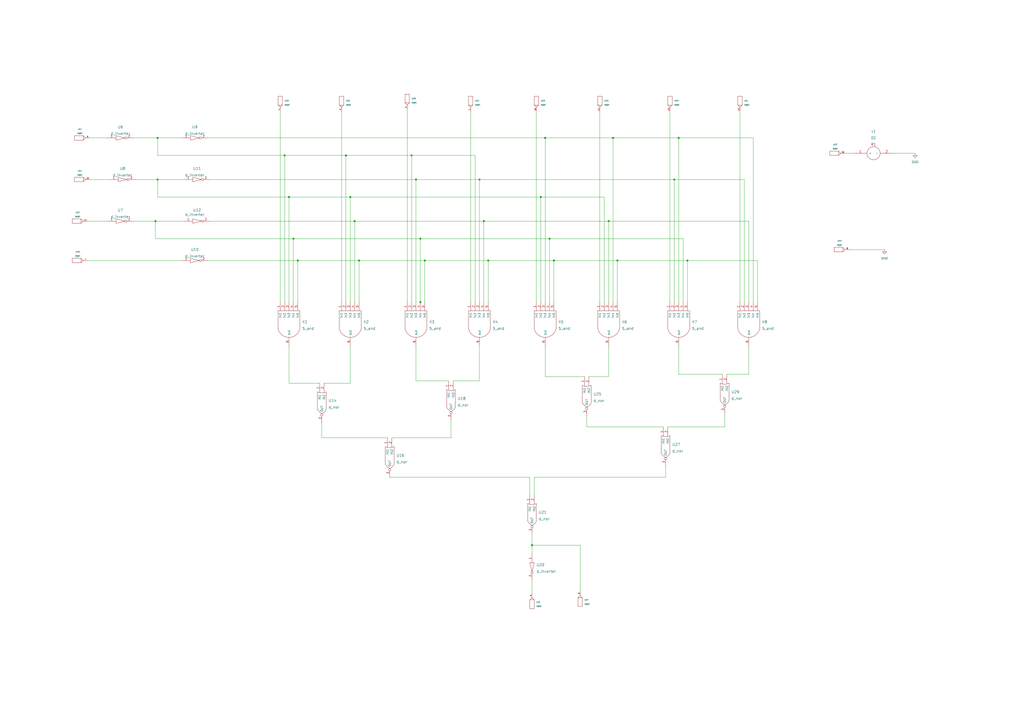
<source format=kicad_sch>
(kicad_sch (version 20211123) (generator eeschema)
  (paper "A2")
  (lib_symbols
    (symbol "eSim_Digital:d_inverter" (pin_names (offset 1.016))
      (property "Reference" "U" (at 0 -2.54 0))
      (property "Value" "d_inverter" (at 0 3.81 0))
      (symbol "d_inverter_0_1"
        (polyline (pts (xy -2.54 1.27) (xy -2.54 -1.27) (xy 2.54 0) (xy -2.54 1.27)))
      )
      (symbol "d_inverter_1_1"
        (pin input line (at -7.62 0 0) (length 5.08) (name "~") (number "1"))
        (pin output inverted (at 7.62 0 180) (length 5.08) (name "~") (number "2"))
      )
    )
    (symbol "eSim_Digital:d_nor" (pin_names (offset 1.016))
      (property "Reference" "U" (at 0 0 0))
      (property "Value" "d_nor" (at 1.27 2.54 0))
      (symbol "d_nor_0_1"
        (arc (start -6.35 -1.27) (mid -5.7504 1.27) (end -6.35 3.81))
        (polyline (pts (xy -6.35 -1.27) (xy 3.81 -1.27)))
        (polyline (pts (xy -6.35 3.81) (xy 3.81 3.81)))
        (arc (start 3.81 -1.27) (mid 5.3181 -0.2399) (end 6.35 1.27))
        (arc (start 6.35 1.27) (mid 5.2222 2.6828) (end 3.81 3.81))
      )
      (symbol "d_nor_1_1"
        (pin input line (at -11.43 2.54 0) (length 5.461) (name "IN1") (number "1"))
        (pin input line (at -11.43 0 0) (length 5.461) (name "IN2") (number "2"))
        (pin output inverted (at 11.43 1.27 180) (length 5.08) (name "OUT") (number "3"))
      )
    )
    (symbol "eSim_Miscellaneous:PORT" (pin_names (offset 1.016))
      (property "Reference" "U" (at 1.27 2.54 0))
      (property "Value" "PORT" (at 0 0 0))
      (symbol "PORT_0_1"
        (rectangle (start -2.54 1.27) (end 2.54 -1.27))
        (arc (start 2.54 1.27) (mid 3.1355 0.5955) (end 3.81 0))
        (arc (start 3.81 0) (mid 3.1447 -0.6046) (end 2.54 -1.27))
      )
      (symbol "PORT_1_1"
        (pin bidirectional line (at 6.35 0 180) (length 2.54) (name "~") (number "1"))
      )
      (symbol "PORT_2_1"
        (pin bidirectional line (at 6.35 0 180) (length 2.54) (name "~") (number "2"))
      )
      (symbol "PORT_3_1"
        (pin bidirectional line (at 6.35 0 180) (length 2.54) (name "~") (number "3"))
      )
      (symbol "PORT_4_1"
        (pin bidirectional line (at 6.35 0 180) (length 2.54) (name "~") (number "4"))
      )
      (symbol "PORT_5_1"
        (pin bidirectional line (at 6.35 0 180) (length 2.54) (name "~") (number "5"))
      )
      (symbol "PORT_6_1"
        (pin bidirectional line (at 6.35 0 180) (length 2.54) (name "~") (number "6"))
      )
      (symbol "PORT_7_1"
        (pin bidirectional line (at 6.35 0 180) (length 2.54) (name "~") (number "7"))
      )
      (symbol "PORT_8_1"
        (pin bidirectional line (at 6.35 0 180) (length 2.54) (name "~") (number "8"))
      )
      (symbol "PORT_9_1"
        (pin bidirectional line (at 6.35 0 180) (length 2.54) (name "~") (number "9"))
      )
      (symbol "PORT_10_1"
        (pin bidirectional line (at 6.35 0 180) (length 2.54) (name "~") (number "10"))
      )
      (symbol "PORT_11_1"
        (pin bidirectional line (at 6.35 0 180) (length 2.54) (name "~") (number "11"))
      )
      (symbol "PORT_12_1"
        (pin bidirectional line (at 6.35 0 180) (length 2.54) (name "~") (number "12"))
      )
      (symbol "PORT_13_1"
        (pin bidirectional line (at 6.35 0 180) (length 2.54) (name "~") (number "13"))
      )
      (symbol "PORT_14_1"
        (pin bidirectional line (at 6.35 0 180) (length 2.54) (name "~") (number "14"))
      )
      (symbol "PORT_15_1"
        (pin bidirectional line (at 6.35 0 180) (length 2.54) (name "~") (number "15"))
      )
      (symbol "PORT_16_1"
        (pin bidirectional line (at 6.35 0 180) (length 2.54) (name "~") (number "16"))
      )
      (symbol "PORT_17_1"
        (pin bidirectional line (at 6.35 0 180) (length 2.54) (name "~") (number "17"))
      )
      (symbol "PORT_18_1"
        (pin bidirectional line (at 6.35 0 180) (length 2.54) (name "~") (number "18"))
      )
      (symbol "PORT_19_1"
        (pin bidirectional line (at 6.35 0 180) (length 2.54) (name "~") (number "19"))
      )
      (symbol "PORT_20_1"
        (pin bidirectional line (at 6.35 0 180) (length 2.54) (name "~") (number "20"))
      )
      (symbol "PORT_21_1"
        (pin bidirectional line (at 6.35 0 180) (length 2.54) (name "~") (number "21"))
      )
      (symbol "PORT_22_1"
        (pin bidirectional line (at 6.35 0 180) (length 2.54) (name "~") (number "22"))
      )
      (symbol "PORT_23_1"
        (pin bidirectional line (at 6.35 0 180) (length 2.54) (name "~") (number "23"))
      )
      (symbol "PORT_24_1"
        (pin bidirectional line (at 6.35 0 180) (length 2.54) (name "~") (number "24"))
      )
      (symbol "PORT_25_1"
        (pin bidirectional line (at 6.35 0 180) (length 2.54) (name "~") (number "25"))
      )
      (symbol "PORT_26_1"
        (pin bidirectional line (at 6.35 0 180) (length 2.54) (name "~") (number "26"))
      )
    )
    (symbol "eSim_Power:eSim_GND" (power) (pin_names (offset 0))
      (property "Value" "eSim_GND" (at 0 -3.81 0))
      (symbol "eSim_GND_0_1"
        (polyline (pts (xy 0 0) (xy 0 -1.27) (xy 1.27 -1.27) (xy 0 -2.54) (xy -1.27 -1.27) (xy 0 -1.27)))
      )
      (symbol "eSim_GND_1_1"
        (pin power_in line (at 0 0 270) (length 0) hide (name "GND") (number "1"))
      )
    )
    (symbol "eSim_Sources:DC" (pin_names (offset 1.016))
      (property "Reference" "v" (at -5.08 2.54 0))
      (property "Value" "DC" (at -5.08 -1.27 0))
      (property "Footprint" "R1" (at -7.62 0 0))
      (symbol "DC_0_1"
        (circle (center 0 0) (radius 3.81))
      )
      (symbol "DC_1_1"
        (pin power_out line (at 0 11.43 270) (length 7.62) (name "+") (number "1"))
        (pin bidirectional line (at 0 -11.43 90) (length 7.62) (name "-") (number "2"))
      )
    )
    (symbol "eSim_Subckt:5_and" (pin_names (offset 1.016))
      (property "Reference" "X" (at 1.27 -2.54 0))
      (property "Value" "5_and" (at 2.54 3.81 0))
      (symbol "5_and_0_1"
        (polyline (pts (xy -6.35 6.35) (xy 3.81 6.35)))
        (polyline (pts (xy -6.35 6.35) (xy -6.35 -6.35) (xy 3.81 -6.35)))
        (arc (start 3.81 -6.35) (mid 9.0158 0) (end 3.81 6.35))
      )
      (symbol "5_and_1_1"
        (pin input line (at -11.43 5.08 0) (length 5.08) (name "in1") (number "1"))
        (pin input line (at -11.43 2.54 0) (length 5.08) (name "in2") (number "2"))
        (pin input line (at -11.43 0 0) (length 5.08) (name "in3") (number "3"))
        (pin input line (at -11.43 -2.54 0) (length 5.08) (name "in4") (number "4"))
        (pin input line (at -11.43 -5.08 0) (length 5.08) (name "in5") (number "5"))
        (pin output line (at 13.97 0 180) (length 5.08) (name "out") (number "6"))
      )
    )
  )
  (junction (at 283.21 151.13))
  (junction (at 91.44 104.14))
  (junction (at 238.76 90.17))
  (junction (at 205.74 128.27))
  (junction (at 353.06 128.27))
  (junction (at 200.66 90.17))
  (junction (at 391.16 104.14))
  (junction (at 318.77 138.43))
  (junction (at 316.23 80.01))
  (junction (at 358.14 151.13))
  (junction (at 167.64 114.3))
  (junction (at 170.18 138.43))
  (junction (at 280.67 128.27))
  (junction (at 172.72 151.13))
  (junction (at 165.1 90.17))
  (junction (at 241.3 104.14))
  (junction (at 355.6 80.01))
  (junction (at 278.13 104.14))
  (junction (at 321.31 151.13))
  (junction (at 208.28 151.13))
  (junction (at 313.69 114.3))
  (junction (at 393.7 80.01))
  (junction (at 398.78 151.13))
  (junction (at 90.17 128.27))
  (junction (at 203.2 114.3))
  (junction (at 308.61 316.23))
  (junction (at 243.84 175.26))
  (junction (at 91.44 80.01))
  (junction (at 246.38 151.13))
  (junction (at 243.84 138.43))
  (wire (pts (xy 278.13 104.14) (xy 391.16 104.14)))
  (wire (pts (xy 77.47 80.01) (xy 91.44 80.01)))
  (wire (pts (xy 205.74 128.27) (xy 205.74 175.26)))
  (wire (pts (xy 336.55 316.23) (xy 336.55 342.9)))
  (wire (pts (xy 120.65 151.13) (xy 172.72 151.13)))
  (wire (pts (xy 226.06 276.86) (xy 307.34 276.86)))
  (wire (pts (xy 90.17 128.27) (xy 90.17 138.43)))
  (wire (pts (xy 386.08 270.51) (xy 386.08 276.86)))
  (wire (pts (xy 311.15 64.77) (xy 311.15 175.26)))
  (wire (pts (xy 283.21 151.13) (xy 321.31 151.13)))
  (wire (pts (xy 340.36 247.65) (xy 340.36 241.3)))
  (wire (pts (xy 321.31 151.13) (xy 321.31 175.26)))
  (wire (pts (xy 316.23 218.44) (xy 339.09 218.44)))
  (wire (pts (xy 353.06 218.44) (xy 353.06 200.66)))
  (wire (pts (xy 167.64 114.3) (xy 167.64 175.26)))
  (wire (pts (xy 283.21 151.13) (xy 283.21 175.26)))
  (wire (pts (xy 492.76 144.78) (xy 513.08 144.78)))
  (wire (pts (xy 431.8 104.14) (xy 431.8 175.26)))
  (wire (pts (xy 358.14 151.13) (xy 358.14 175.26)))
  (wire (pts (xy 172.72 151.13) (xy 208.28 151.13)))
  (wire (pts (xy 275.59 90.17) (xy 275.59 175.26)))
  (wire (pts (xy 350.52 114.3) (xy 350.52 175.26)))
  (wire (pts (xy 187.96 222.25) (xy 203.2 222.25)))
  (wire (pts (xy 262.89 220.98) (xy 278.13 220.98)))
  (wire (pts (xy 90.17 138.43) (xy 170.18 138.43)))
  (wire (pts (xy 278.13 104.14) (xy 278.13 175.26)))
  (wire (pts (xy 388.62 64.77) (xy 388.62 175.26)))
  (wire (pts (xy 50.8 128.27) (xy 62.23 128.27)))
  (wire (pts (xy 241.3 200.66) (xy 241.3 220.98)))
  (wire (pts (xy 200.66 90.17) (xy 200.66 175.26)))
  (wire (pts (xy 391.16 104.14) (xy 431.8 104.14)))
  (wire (pts (xy 434.34 128.27) (xy 434.34 175.26)))
  (wire (pts (xy 91.44 80.01) (xy 105.41 80.01)))
  (wire (pts (xy 167.64 222.25) (xy 185.42 222.25)))
  (wire (pts (xy 355.6 80.01) (xy 393.7 80.01)))
  (wire (pts (xy 490.22 88.9) (xy 495.3 88.9)))
  (wire (pts (xy 208.28 151.13) (xy 208.28 175.26)))
  (wire (pts (xy 316.23 200.66) (xy 316.23 218.44)))
  (wire (pts (xy 208.28 151.13) (xy 246.38 151.13)))
  (wire (pts (xy 434.34 217.17) (xy 434.34 200.66)))
  (wire (pts (xy 429.26 64.77) (xy 429.26 175.26)))
  (wire (pts (xy 316.23 80.01) (xy 316.23 175.26)))
  (wire (pts (xy 313.69 114.3) (xy 350.52 114.3)))
  (wire (pts (xy 355.6 80.01) (xy 355.6 175.26)))
  (wire (pts (xy 236.22 63.5) (xy 236.22 175.26)))
  (wire (pts (xy 398.78 151.13) (xy 439.42 151.13)))
  (wire (pts (xy 358.14 151.13) (xy 398.78 151.13)))
  (wire (pts (xy 316.23 80.01) (xy 355.6 80.01)))
  (wire (pts (xy 77.47 128.27) (xy 90.17 128.27)))
  (wire (pts (xy 243.84 138.43) (xy 318.77 138.43)))
  (wire (pts (xy 321.31 151.13) (xy 358.14 151.13)))
  (wire (pts (xy 308.61 316.23) (xy 308.61 321.31)))
  (wire (pts (xy 246.38 151.13) (xy 246.38 175.26)))
  (wire (pts (xy 280.67 128.27) (xy 353.06 128.27)))
  (wire (pts (xy 308.61 336.55) (xy 308.61 344.17)))
  (wire (pts (xy 186.69 254) (xy 224.79 254)))
  (wire (pts (xy 238.76 90.17) (xy 238.76 175.26)))
  (wire (pts (xy 162.56 64.77) (xy 162.56 175.26)))
  (wire (pts (xy 91.44 90.17) (xy 165.1 90.17)))
  (wire (pts (xy 91.44 104.14) (xy 106.68 104.14)))
  (wire (pts (xy 198.12 64.77) (xy 198.12 175.26)))
  (wire (pts (xy 384.81 247.65) (xy 340.36 247.65)))
  (wire (pts (xy 205.74 128.27) (xy 280.67 128.27)))
  (wire (pts (xy 241.3 220.98) (xy 260.35 220.98)))
  (wire (pts (xy 436.88 80.01) (xy 436.88 175.26)))
  (wire (pts (xy 52.07 80.01) (xy 62.23 80.01)))
  (wire (pts (xy 309.88 276.86) (xy 386.08 276.86)))
  (wire (pts (xy 318.77 138.43) (xy 318.77 175.26)))
  (wire (pts (xy 393.7 80.01) (xy 393.7 175.26)))
  (wire (pts (xy 241.3 104.14) (xy 278.13 104.14)))
  (wire (pts (xy 387.35 247.65) (xy 420.37 247.65)))
  (wire (pts (xy 165.1 90.17) (xy 165.1 175.26)))
  (wire (pts (xy 518.16 88.9) (xy 530.86 88.9)))
  (wire (pts (xy 393.7 200.66) (xy 393.7 217.17)))
  (wire (pts (xy 172.72 151.13) (xy 172.72 175.26)))
  (wire (pts (xy 165.1 90.17) (xy 200.66 90.17)))
  (wire (pts (xy 398.78 151.13) (xy 398.78 175.26)))
  (wire (pts (xy 203.2 114.3) (xy 203.2 175.26)))
  (wire (pts (xy 341.63 218.44) (xy 353.06 218.44)))
  (wire (pts (xy 167.64 114.3) (xy 203.2 114.3)))
  (wire (pts (xy 391.16 104.14) (xy 391.16 175.26)))
  (wire (pts (xy 120.65 80.01) (xy 316.23 80.01)))
  (wire (pts (xy 91.44 80.01) (xy 91.44 90.17)))
  (wire (pts (xy 91.44 114.3) (xy 167.64 114.3)))
  (wire (pts (xy 261.62 254) (xy 227.33 254)))
  (wire (pts (xy 121.92 104.14) (xy 241.3 104.14)))
  (wire (pts (xy 170.18 138.43) (xy 170.18 175.26)))
  (wire (pts (xy 353.06 128.27) (xy 434.34 128.27)))
  (wire (pts (xy 243.84 175.26) (xy 243.84 176.53)))
  (wire (pts (xy 121.92 128.27) (xy 205.74 128.27)))
  (wire (pts (xy 238.76 90.17) (xy 275.59 90.17)))
  (wire (pts (xy 200.66 90.17) (xy 238.76 90.17)))
  (wire (pts (xy 318.77 138.43) (xy 396.24 138.43)))
  (wire (pts (xy 280.67 128.27) (xy 280.67 175.26)))
  (wire (pts (xy 309.88 287.02) (xy 309.88 276.86)))
  (wire (pts (xy 203.2 222.25) (xy 203.2 200.66)))
  (wire (pts (xy 393.7 80.01) (xy 436.88 80.01)))
  (wire (pts (xy 91.44 104.14) (xy 91.44 114.3)))
  (wire (pts (xy 308.61 316.23) (xy 336.55 316.23)))
  (wire (pts (xy 307.34 276.86) (xy 307.34 287.02)))
  (wire (pts (xy 186.69 245.11) (xy 186.69 254)))
  (wire (pts (xy 246.38 151.13) (xy 283.21 151.13)))
  (wire (pts (xy 90.17 128.27) (xy 106.68 128.27)))
  (wire (pts (xy 52.07 104.14) (xy 63.5 104.14)))
  (wire (pts (xy 167.64 200.66) (xy 167.64 222.25)))
  (wire (pts (xy 278.13 220.98) (xy 278.13 200.66)))
  (wire (pts (xy 273.05 64.77) (xy 273.05 175.26)))
  (wire (pts (xy 347.98 64.77) (xy 347.98 175.26)))
  (wire (pts (xy 243.84 138.43) (xy 243.84 175.26)))
  (wire (pts (xy 421.64 217.17) (xy 434.34 217.17)))
  (wire (pts (xy 50.8 151.13) (xy 105.41 151.13)))
  (wire (pts (xy 353.06 128.27) (xy 353.06 175.26)))
  (wire (pts (xy 241.3 104.14) (xy 241.3 175.26)))
  (wire (pts (xy 203.2 114.3) (xy 313.69 114.3)))
  (wire (pts (xy 396.24 138.43) (xy 396.24 175.26)))
  (wire (pts (xy 313.69 114.3) (xy 313.69 175.26)))
  (wire (pts (xy 439.42 151.13) (xy 439.42 175.26)))
  (wire (pts (xy 261.62 243.84) (xy 261.62 254)))
  (wire (pts (xy 170.18 138.43) (xy 243.84 138.43)))
  (wire (pts (xy 420.37 247.65) (xy 420.37 240.03)))
  (wire (pts (xy 78.74 104.14) (xy 91.44 104.14)))
  (wire (pts (xy 308.61 309.88) (xy 308.61 316.23)))
  (wire (pts (xy 393.7 217.17) (xy 419.1 217.17)))
  (symbol (lib_id "eSim_Miscellaneous:PORT") (at 198.12 58.42 90) (mirror x) (unit 3)
    (property "Reference" "U1" (at 200.66 58.42 90) (effects (font (size 0.762 0.762)) (justify right)))
    (property "Value" "PORT" (at 200.66 60.96 90) (effects (font (size 0.762 0.762)) (justify right)))
  )
  (symbol (lib_id "eSim_Digital:d_nor") (at 309.88 298.45 90) (mirror x) (unit 1)
    (property "Reference" "U21" (at 312.42 297.18 90) (effects (font (size 1.524 1.524)) (justify right)))
    (property "Value" "d_nor" (at 312.42 300.99 90) (effects (font (size 1.524 1.524)) (justify right)))
  )
  (symbol (lib_id "eSim_Subckt:5_and") (at 167.64 186.69 90) (mirror x) (unit 1)
    (property "Reference" "X1" (at 175.26 186.7408 90) (effects (font (size 1.524 1.524)) (justify right)))
    (property "Value" "5_and" (at 175.26 190.5508 90) (effects (font (size 1.524 1.524)) (justify right)))
  )
  (symbol (lib_id "eSim_Miscellaneous:PORT") (at 486.41 144.78 0) (unit 8)
    (property "Reference" "U1" (at 487.045 139.7 0) (effects (font (size 0.762 0.762))))
    (property "Value" "PORT" (at 487.045 142.24 0) (effects (font (size 0.762 0.762))))
  )
  (symbol (lib_id "eSim_Digital:d_inverter") (at 114.3 128.27 0) (unit 1)
    (property "Reference" "U12" (at 114.3 121.92 0) (effects (font (size 1.524 1.524))))
    (property "Value" "d_inverter" (at 113.03 124.46 0) (effects (font (size 1.524 1.524))))
  )
  (symbol (lib_id "eSim_Digital:d_nor") (at 187.96 233.68 90) (mirror x) (unit 1)
    (property "Reference" "U14" (at 190.5 232.41 90) (effects (font (size 1.524 1.524)) (justify right)))
    (property "Value" "d_nor" (at 190.5 236.22 90) (effects (font (size 1.524 1.524)) (justify right)))
  )
  (symbol (lib_id "eSim_Subckt:5_and") (at 353.06 186.69 90) (mirror x) (unit 1)
    (property "Reference" "X6" (at 360.68 186.7408 90) (effects (font (size 1.524 1.524)) (justify right)))
    (property "Value" "5_and" (at 360.68 190.5508 90) (effects (font (size 1.524 1.524)) (justify right)))
  )
  (symbol (lib_id "eSim_Digital:d_nor") (at 341.63 229.87 90) (mirror x) (unit 1)
    (property "Reference" "U25" (at 344.17 228.6 90) (effects (font (size 1.524 1.524)) (justify right)))
    (property "Value" "d_nor" (at 344.17 232.41 90) (effects (font (size 1.524 1.524)) (justify right)))
  )
  (symbol (lib_id "eSim_Miscellaneous:PORT") (at 273.05 58.42 90) (mirror x) (unit 1)
    (property "Reference" "U1" (at 275.59 58.42 90) (effects (font (size 0.762 0.762)) (justify right)))
    (property "Value" "PORT" (at 275.59 60.96 90) (effects (font (size 0.762 0.762)) (justify right)))
  )
  (symbol (lib_id "eSim_Digital:d_inverter") (at 71.12 104.14 0) (unit 1)
    (property "Reference" "U8" (at 71.12 97.79 0) (effects (font (size 1.524 1.524))))
    (property "Value" "d_inverter" (at 71.12 101.6 0) (effects (font (size 1.524 1.524))))
  )
  (symbol (lib_id "eSim_Miscellaneous:PORT") (at 45.72 80.01 0) (unit 9)
    (property "Reference" "U1" (at 46.355 74.93 0) (effects (font (size 0.762 0.762))))
    (property "Value" "PORT" (at 46.355 77.47 0) (effects (font (size 0.762 0.762))))
  )
  (symbol (lib_id "eSim_Miscellaneous:PORT") (at 162.56 58.42 90) (mirror x) (unit 4)
    (property "Reference" "U1" (at 165.1 58.42 90) (effects (font (size 0.762 0.762)) (justify right)))
    (property "Value" "PORT" (at 165.1 60.96 90) (effects (font (size 0.762 0.762)) (justify right)))
  )
  (symbol (lib_id "eSim_Miscellaneous:PORT") (at 429.26 58.42 90) (mirror x) (unit 12)
    (property "Reference" "U1" (at 431.8 58.42 90) (effects (font (size 0.762 0.762)) (justify right)))
    (property "Value" "PORT" (at 431.8 60.96 90) (effects (font (size 0.762 0.762)) (justify right)))
  )
  (symbol (lib_id "eSim_Digital:d_nor") (at 421.64 228.6 90) (mirror x) (unit 1)
    (property "Reference" "U29" (at 424.18 227.33 90) (effects (font (size 1.524 1.524)) (justify right)))
    (property "Value" "d_nor" (at 424.18 231.14 90) (effects (font (size 1.524 1.524)) (justify right)))
  )
  (symbol (lib_id "eSim_Digital:d_inverter") (at 114.3 104.14 0) (unit 1)
    (property "Reference" "U11" (at 114.3 97.79 0) (effects (font (size 1.524 1.524))))
    (property "Value" "d_inverter" (at 113.03 101.6 0) (effects (font (size 1.524 1.524))))
  )
  (symbol (lib_id "eSim_Digital:d_inverter") (at 69.85 128.27 0) (unit 1)
    (property "Reference" "U7" (at 69.85 121.92 0) (effects (font (size 1.524 1.524))))
    (property "Value" "d_inverter" (at 69.85 125.73 0) (effects (font (size 1.524 1.524))))
  )
  (symbol (lib_id "eSim_Subckt:5_and") (at 278.13 186.69 90) (mirror x) (unit 1)
    (property "Reference" "X4" (at 285.75 186.7408 90) (effects (font (size 1.524 1.524)) (justify right)))
    (property "Value" "5_and" (at 285.75 190.5508 90) (effects (font (size 1.524 1.524)) (justify right)))
  )
  (symbol (lib_id "eSim_Miscellaneous:PORT") (at 311.15 58.42 90) (mirror x) (unit 15)
    (property "Reference" "U1" (at 313.69 58.42 90) (effects (font (size 0.762 0.762)) (justify right)))
    (property "Value" "PORT" (at 313.69 60.96 90) (effects (font (size 0.762 0.762)) (justify right)))
  )
  (symbol (lib_id "eSim_Power:eSim_GND") (at 530.86 88.9 0) (unit 1)
    (property "Reference" "#PWR02" (effects hide))
    (property "Value" "eSim_GND" (at 530.86 93.98 0))
  )
  (symbol (lib_id "eSim_Miscellaneous:PORT") (at 336.55 349.25 90) (unit 6)
    (property "Reference" "U1" (at 339.09 347.98 90) (effects (font (size 0.762 0.762)) (justify right)))
    (property "Value" "PORT" (at 339.09 350.52 90) (effects (font (size 0.762 0.762)) (justify right)))
  )
  (symbol (lib_id "eSim_Digital:d_inverter") (at 308.61 328.93 90) (mirror x) (unit 1)
    (property "Reference" "U20" (at 311.15 327.66 90) (effects (font (size 1.524 1.524)) (justify right)))
    (property "Value" "d_inverter" (at 311.15 331.47 90) (effects (font (size 1.524 1.524)) (justify right)))
  )
  (symbol (lib_id "eSim_Digital:d_nor") (at 227.33 265.43 90) (mirror x) (unit 1)
    (property "Reference" "U16" (at 229.87 264.16 90) (effects (font (size 1.524 1.524)) (justify right)))
    (property "Value" "d_nor" (at 229.87 267.97 90) (effects (font (size 1.524 1.524)) (justify right)))
  )
  (symbol (lib_id "eSim_Sources:DC") (at 506.73 88.9 90) (unit 1)
    (property "Reference" "v1" (at 506.73 76.2 90) (effects (font (size 1.524 1.524))))
    (property "Value" "DC" (at 506.73 80.01 90) (effects (font (size 1.524 1.524))))
    (property "Footprint" "R1" (at 506.73 83.82 90) (effects (font (size 1.524 1.524))))
  )
  (symbol (lib_id "eSim_Subckt:5_and") (at 393.7 186.69 90) (mirror x) (unit 1)
    (property "Reference" "X7" (at 401.32 186.7408 90) (effects (font (size 1.524 1.524)) (justify right)))
    (property "Value" "5_and" (at 401.32 190.5508 90) (effects (font (size 1.524 1.524)) (justify right)))
  )
  (symbol (lib_id "eSim_Miscellaneous:PORT") (at 44.45 151.13 0) (unit 7)
    (property "Reference" "U1" (at 45.085 146.05 0) (effects (font (size 0.762 0.762))))
    (property "Value" "PORT" (at 45.085 148.59 0) (effects (font (size 0.762 0.762))))
  )
  (symbol (lib_id "eSim_Miscellaneous:PORT") (at 45.72 104.14 0) (unit 10)
    (property "Reference" "U1" (at 46.355 99.06 0) (effects (font (size 0.762 0.762))))
    (property "Value" "PORT" (at 46.355 101.6 0) (effects (font (size 0.762 0.762))))
  )
  (symbol (lib_id "eSim_Miscellaneous:PORT") (at 347.98 58.42 90) (mirror x) (unit 14)
    (property "Reference" "U1" (at 350.52 58.42 90) (effects (font (size 0.762 0.762)) (justify right)))
    (property "Value" "PORT" (at 350.52 60.96 90) (effects (font (size 0.762 0.762)) (justify right)))
  )
  (symbol (lib_id "eSim_Subckt:5_and") (at 203.2 186.69 90) (mirror x) (unit 1)
    (property "Reference" "X2" (at 210.82 186.7408 90) (effects (font (size 1.524 1.524)) (justify right)))
    (property "Value" "5_and" (at 210.82 190.5508 90) (effects (font (size 1.524 1.524)) (justify right)))
  )
  (symbol (lib_id "eSim_Subckt:5_and") (at 241.3 186.69 90) (mirror x) (unit 1)
    (property "Reference" "X3" (at 248.92 186.7408 90) (effects (font (size 1.524 1.524)) (justify right)))
    (property "Value" "5_and" (at 248.92 190.5508 90) (effects (font (size 1.524 1.524)) (justify right)))
  )
  (symbol (lib_id "eSim_Digital:d_nor") (at 262.89 232.41 90) (mirror x) (unit 1)
    (property "Reference" "U18" (at 265.43 231.14 90) (effects (font (size 1.524 1.524)) (justify right)))
    (property "Value" "d_nor" (at 265.43 234.95 90) (effects (font (size 1.524 1.524)) (justify right)))
  )
  (symbol (lib_id "eSim_Digital:d_inverter") (at 113.03 80.01 0) (unit 1)
    (property "Reference" "U9" (at 113.03 73.66 0) (effects (font (size 1.524 1.524))))
    (property "Value" "d_inverter" (at 113.03 77.47 0) (effects (font (size 1.524 1.524))))
  )
  (symbol (lib_id "eSim_Power:eSim_GND") (at 513.08 144.78 0) (unit 1)
    (property "Reference" "#PWR01" (effects hide))
    (property "Value" "eSim_GND" (at 513.08 149.86 0))
  )
  (symbol (lib_id "eSim_Digital:d_nor") (at 387.35 259.08 90) (mirror x) (unit 1)
    (property "Reference" "U27" (at 389.89 257.81 90) (effects (font (size 1.524 1.524)) (justify right)))
    (property "Value" "d_nor" (at 389.89 261.62 90) (effects (font (size 1.524 1.524)) (justify right)))
  )
  (symbol (lib_id "eSim_Digital:d_inverter") (at 69.85 80.01 0) (unit 1)
    (property "Reference" "U6" (at 69.85 73.66 0) (effects (font (size 1.524 1.524))))
    (property "Value" "d_inverter" (at 69.85 77.47 0) (effects (font (size 1.524 1.524))))
  )
  (symbol (lib_id "eSim_Miscellaneous:PORT") (at 388.62 58.42 90) (mirror x) (unit 13)
    (property "Reference" "U1" (at 391.16 58.42 90) (effects (font (size 0.762 0.762)) (justify right)))
    (property "Value" "PORT" (at 391.16 60.96 90) (effects (font (size 0.762 0.762)) (justify right)))
  )
  (symbol (lib_id "eSim_Miscellaneous:PORT") (at 308.61 350.52 90) (unit 5)
    (property "Reference" "U1" (at 311.15 349.25 90) (effects (font (size 0.762 0.762)) (justify right)))
    (property "Value" "PORT" (at 311.15 351.79 90) (effects (font (size 0.762 0.762)) (justify right)))
  )
  (symbol (lib_id "eSim_Subckt:5_and") (at 316.23 186.69 90) (mirror x) (unit 1)
    (property "Reference" "X5" (at 323.85 186.7408 90) (effects (font (size 1.524 1.524)) (justify right)))
    (property "Value" "5_and" (at 323.85 190.5508 90) (effects (font (size 1.524 1.524)) (justify right)))
  )
  (symbol (lib_id "eSim_Subckt:5_and") (at 434.34 186.69 90) (mirror x) (unit 1)
    (property "Reference" "X8" (at 441.96 186.7408 90) (effects (font (size 1.524 1.524)) (justify right)))
    (property "Value" "5_and" (at 441.96 190.5508 90) (effects (font (size 1.524 1.524)) (justify right)))
  )
  (symbol (lib_id "eSim_Miscellaneous:PORT") (at 44.45 128.27 0) (unit 11)
    (property "Reference" "U1" (at 45.085 123.19 0) (effects (font (size 0.762 0.762))))
    (property "Value" "PORT" (at 45.085 125.73 0) (effects (font (size 0.762 0.762))))
  )
  (symbol (lib_id "eSim_Miscellaneous:PORT") (at 236.22 57.15 90) (mirror x) (unit 2)
    (property "Reference" "U1" (at 238.76 57.15 90) (effects (font (size 0.762 0.762)) (justify right)))
    (property "Value" "PORT" (at 238.76 59.69 90) (effects (font (size 0.762 0.762)) (justify right)))
  )
  (symbol (lib_id "eSim_Digital:d_inverter") (at 113.03 151.13 0) (unit 1)
    (property "Reference" "U10" (at 113.03 144.78 0) (effects (font (size 1.524 1.524))))
    (property "Value" "d_inverter" (at 113.03 148.59 0) (effects (font (size 1.524 1.524))))
  )
  (symbol (lib_id "eSim_Miscellaneous:PORT") (at 483.87 88.9 0) (unit 16)
    (property "Reference" "U1" (at 484.505 83.82 0) (effects (font (size 0.762 0.762))))
    (property "Value" "PORT" (at 484.505 86.36 0) (effects (font (size 0.762 0.762))))
  )
)
</source>
